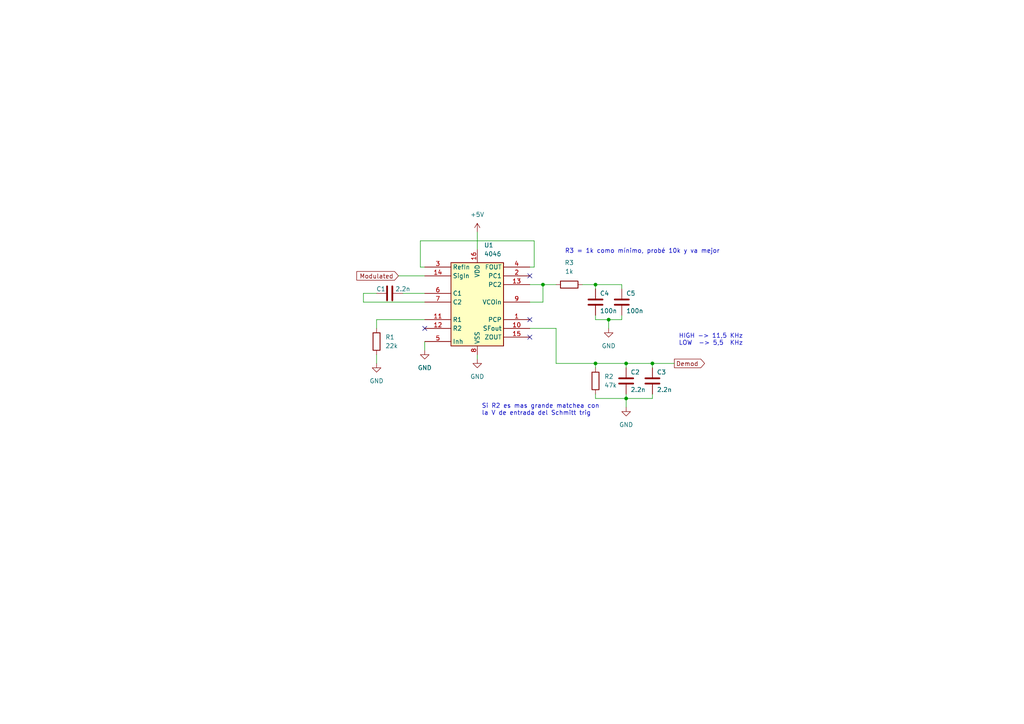
<source format=kicad_sch>
(kicad_sch (version 20230121) (generator eeschema)
  (paper "A4")
  (lib_symbols
    (symbol "4xxx_IEEE:4046"
      (property "Reference" "U" (at 8.89 12.7 0))
      (property "Value" "4046" (at 8.89 -15.24 0))
      (symbol "4046_0_1"
        (rectangle (start -7.62 11.43) (end 7.62 -12.7) (stroke (width 0.254)) (fill (type background)))
        (pin power_in line (at 0 15.24 270) (length 3.81) (name "VDD") (number "16"))
        (pin power_in line (at 0 -15.24 90) (length 2.54) (name "VSS") (number "8"))
      )
      (symbol "4046_1_1"
        (pin output line (at 15.24 -5.08 180) (length 7.62) (name "PCP") (number "1"))
        (pin output line (at 15.24 -7.62 180) (length 7.62) (name "SFout") (number "10"))
        (pin input line (at -15.24 -5.08 0) (length 7.62) (name "R1") (number "11"))
        (pin input line (at -15.24 -7.62 0) (length 7.62) (name "R2") (number "12"))
        (pin tri_state line (at 15.24 5.08 180) (length 7.62) (name "PC2") (number "13"))
        (pin input line (at -15.24 7.62 0) (length 7.62) (name "SigIn") (number "14"))
        (pin output line (at 15.24 -10.16 180) (length 7.62) (name "ZOUT") (number "15"))
        (pin output line (at 15.24 7.62 180) (length 7.62) (name "PC1") (number "2"))
        (pin input line (at -15.24 10.16 0) (length 7.62) (name "RefIn") (number "3"))
        (pin input line (at 15.24 10.16 180) (length 7.62) (name "FOUT") (number "4"))
        (pin input line (at -15.24 -11.43 0) (length 7.62) (name "Inh") (number "5"))
        (pin input line (at -15.24 2.54 0) (length 7.62) (name "C1") (number "6"))
        (pin input line (at -15.24 0 0) (length 7.62) (name "C2") (number "7"))
        (pin input line (at 15.24 0 180) (length 7.62) (name "VCOin") (number "9"))
      )
    )
    (symbol "Device:C" (pin_numbers hide) (pin_names (offset 0.254))
      (property "Reference" "C" (at 0.635 2.54 0))
      (property "Value" "C" (at 0.635 -2.54 0))
      (symbol "C_0_1"
        (polyline (pts (xy -2.032 -0.762) (xy 2.032 -0.762)) (stroke (width 0.508)))
        (polyline (pts (xy -2.032 0.762) (xy 2.032 0.762)) (stroke (width 0.508)))
      )
      (symbol "C_1_1"
        (pin passive line (at 0 3.81 270) (length 2.794) (name "~") (number "1"))
        (pin passive line (at 0 -3.81 90) (length 2.794) (name "~") (number "2"))
      )
    )
    (symbol "Device:R" (pin_numbers hide) (pin_names (offset 0))
      (property "Reference" "R" (at 2.032 0 90))
      (property "Value" "R" (at 0 0 90))
      (symbol "R_0_1"
        (rectangle (start -1.016 -2.54) (end 1.016 2.54) (stroke (width 0.254)))
      )
      (symbol "R_1_1"
        (pin passive line (at 0 3.81 270) (length 1.27) (name "~") (number "1"))
        (pin passive line (at 0 -3.81 90) (length 1.27) (name "~") (number "2"))
      )
    )
    (symbol "power:+5V" (power) (pin_names (offset 0))
      (property "Value" "+5V" (at 0 3.556 0))
      (symbol "+5V_0_1"
        (polyline (pts (xy -0.762 1.27) (xy 0 2.54)))
        (polyline (pts (xy 0 0) (xy 0 2.54)))
        (polyline (pts (xy 0 2.54) (xy 0.762 1.27)))
      )
      (symbol "+5V_1_1"
        (pin power_in line (at 0 0 90) (length 0) hide (name "+5V") (number "1"))
      )
    )
    (symbol "power:GND" (power) (pin_names (offset 0))
      (property "Value" "GND" (at 0 -3.81 0))
      (symbol "GND_0_1"
        (polyline (pts (xy 0 0) (xy 0 -1.27) (xy 1.27 -1.27) (xy 0 -2.54) (xy -1.27 -1.27) (xy 0 -1.27)))
      )
      (symbol "GND_1_1"
        (pin power_in line (at 0 0 270) (length 0) hide (name "GND") (number "1"))
      )
    )
  )
  (junction (at 172.72 105.41))
  (junction (at 181.61 105.41))
  (junction (at 176.53 92.71))
  (junction (at 172.72 82.55))
  (junction (at 189.23 105.41))
  (junction (at 181.61 115.57))
  (junction (at 157.48 82.55))
  (no_connect (at 153.67 92.71))
  (no_connect (at 153.67 97.79))
  (no_connect (at 153.67 80.01))
  (no_connect (at 123.19 95.25))
  (wire (pts (xy 138.43 102.87) (xy 138.43 104.14)))
  (wire (pts (xy 161.29 95.25) (xy 161.29 105.41)))
  (wire (pts (xy 157.48 87.63) (xy 153.67 87.63)))
  (wire (pts (xy 109.22 85.09) (xy 105.41 85.09)))
  (wire (pts (xy 176.53 92.71) (xy 180.34 92.71)))
  (wire (pts (xy 123.19 92.71) (xy 109.22 92.71)))
  (wire (pts (xy 123.19 77.47) (xy 121.92 77.47)))
  (wire (pts (xy 181.61 115.57) (xy 189.23 115.57)))
  (wire (pts (xy 105.41 85.09) (xy 105.41 87.63)))
  (wire (pts (xy 109.22 102.87) (xy 109.22 105.41)))
  (wire (pts (xy 138.43 67.31) (xy 138.43 72.39)))
  (wire (pts (xy 154.94 77.47) (xy 153.67 77.47)))
  (wire (pts (xy 123.19 99.06) (xy 123.19 101.6)))
  (wire (pts (xy 115.57 80.01) (xy 123.19 80.01)))
  (wire (pts (xy 121.92 77.47) (xy 121.92 69.85)))
  (wire (pts (xy 181.61 105.41) (xy 181.61 106.68)))
  (wire (pts (xy 105.41 87.63) (xy 123.19 87.63)))
  (wire (pts (xy 181.61 105.41) (xy 189.23 105.41)))
  (wire (pts (xy 157.48 82.55) (xy 157.48 87.63)))
  (wire (pts (xy 189.23 105.41) (xy 195.58 105.41)))
  (wire (pts (xy 116.84 85.09) (xy 123.19 85.09)))
  (wire (pts (xy 172.72 82.55) (xy 172.72 83.82)))
  (wire (pts (xy 161.29 95.25) (xy 153.67 95.25)))
  (wire (pts (xy 168.91 82.55) (xy 172.72 82.55)))
  (wire (pts (xy 172.72 115.57) (xy 172.72 114.3)))
  (wire (pts (xy 172.72 82.55) (xy 180.34 82.55)))
  (wire (pts (xy 181.61 115.57) (xy 181.61 118.11)))
  (wire (pts (xy 172.72 105.41) (xy 181.61 105.41)))
  (wire (pts (xy 157.48 82.55) (xy 161.29 82.55)))
  (wire (pts (xy 189.23 105.41) (xy 189.23 106.68)))
  (wire (pts (xy 181.61 115.57) (xy 172.72 115.57)))
  (wire (pts (xy 180.34 82.55) (xy 180.34 83.82)))
  (wire (pts (xy 109.22 92.71) (xy 109.22 95.25)))
  (wire (pts (xy 176.53 92.71) (xy 176.53 95.25)))
  (wire (pts (xy 153.67 82.55) (xy 157.48 82.55)))
  (wire (pts (xy 161.29 105.41) (xy 172.72 105.41)))
  (wire (pts (xy 154.94 69.85) (xy 154.94 77.47)))
  (wire (pts (xy 180.34 91.44) (xy 180.34 92.71)))
  (wire (pts (xy 121.92 69.85) (xy 154.94 69.85)))
  (wire (pts (xy 181.61 114.3) (xy 181.61 115.57)))
  (wire (pts (xy 172.72 106.68) (xy 172.72 105.41)))
  (wire (pts (xy 172.72 91.44) (xy 172.72 92.71)))
  (wire (pts (xy 176.53 92.71) (xy 172.72 92.71)))
  (wire (pts (xy 189.23 114.3) (xy 189.23 115.57)))
  (text "Si R2 es mas grande matchea con \nla V de entrada del Schmitt trig" (at 139.7 120.65 0) (effects (font (size 1.27 1.27)) (justify left bottom)))
  (text "HIGH -> 11,5 KHz\nLOW  -> 5,5  KHz" (at 196.85 100.33 0) (effects (font (size 1.27 1.27)) (justify left bottom)))
  (text "R3 = 1k como mínimo, probé 10k y va mejor" (at 163.83 73.66 0) (effects (font (size 1.27 1.27)) (justify left bottom)))
  (global_label "Demod" (shape output) (at 195.58 105.41 0) (property "Intersheetrefs" "${INTERSHEET_REFS}" (effects hide)))
  (global_label "Modulated" (shape input) (at 115.57 80.01 180) (property "Intersheetrefs" "${INTERSHEET_REFS}" (effects hide)))
  (symbol (lib_id "Device:C") (at 181.61 110.49 0) (unit 1)
    (property "Reference" "C2" (at 182.88 107.95 0) (effects (justify left)))
    (property "Value" "2.2n" (at 182.88 113.03 0) (effects (justify left)))
  )
  (symbol (lib_id "power:GND") (at 176.53 95.25 0) (unit 1)
    (property "Reference" "#PWR06" (effects hide))
    (property "Value" "GND" (at 176.53 100.33 0))
  )
  (symbol (lib_id "power:GND") (at 123.19 101.6 0) (unit 1)
    (property "Reference" "#PWR05" (effects hide))
    (property "Value" "GND" (at 123.19 106.68 0))
  )
  (symbol (lib_id "power:GND") (at 109.22 105.41 0) (unit 1)
    (property "Reference" "#PWR03" (effects hide))
    (property "Value" "GND" (at 109.22 110.49 0))
  )
  (symbol (lib_id "Device:C") (at 113.03 85.09 90) (unit 1)
    (property "Reference" "C1" (at 110.49 83.82 90))
    (property "Value" "2.2n" (at 116.84 83.82 90))
  )
  (symbol (lib_id "Device:C") (at 189.23 110.49 0) (unit 1)
    (property "Reference" "C3" (at 190.5 107.95 0) (effects (justify left)))
    (property "Value" "2.2n" (at 190.5 113.03 0) (effects (justify left)))
  )
  (symbol (lib_id "Device:R") (at 109.22 99.06 0) (unit 1)
    (property "Reference" "R1" (at 111.76 97.79 0) (effects (justify left)))
    (property "Value" "22k" (at 111.76 100.33 0) (effects (justify left)))
  )
  (symbol (lib_id "power:GND") (at 138.43 104.14 0) (unit 1)
    (property "Reference" "#PWR02" (effects hide))
    (property "Value" "GND" (at 138.43 109.22 0))
  )
  (symbol (lib_id "4xxx_IEEE:4046") (at 138.43 87.63 0) (unit 1)
    (property "Reference" "U1" (at 140.3859 71.12 0) (effects (justify left)))
    (property "Value" "4046" (at 140.3859 73.66 0) (effects (justify left)))
  )
  (symbol (lib_id "power:+5V") (at 138.43 67.31 0) (unit 1)
    (property "Reference" "#PWR01" (effects hide))
    (property "Value" "+5V" (at 138.43 62.23 0))
  )
  (symbol (lib_id "power:GND") (at 181.61 118.11 0) (unit 1)
    (property "Reference" "#PWR04" (effects hide))
    (property "Value" "GND" (at 181.61 123.19 0))
  )
  (symbol (lib_id "Device:R") (at 165.1 82.55 90) (unit 1)
    (property "Reference" "R3" (at 165.1 76.2 90))
    (property "Value" "1k" (at 165.1 78.74 90))
  )
  (symbol (lib_id "Device:C") (at 180.34 87.63 0) (unit 1)
    (property "Reference" "C5" (at 181.61 85.09 0) (effects (justify left)))
    (property "Value" "100n" (at 181.61 90.17 0) (effects (justify left)))
  )
  (symbol (lib_id "Device:C") (at 172.72 87.63 0) (unit 1)
    (property "Reference" "C4" (at 173.99 85.09 0) (effects (justify left)))
    (property "Value" "100n" (at 173.99 90.17 0) (effects (justify left)))
  )
  (symbol (lib_id "Device:R") (at 172.72 110.49 0) (unit 1)
    (property "Reference" "R2" (at 175.26 109.22 0) (effects (justify left)))
    (property "Value" "47k" (at 175.26 111.76 0) (effects (justify left)))
  )
)
</source>
